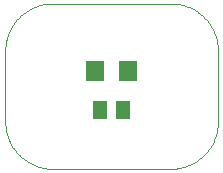
<source format=gbp>
G04 EAGLE Gerber RS-274X export*
G75*
%MOMM*%
%FSLAX35Y35*%
%LPD*%
%INsolder_paste_bottom*%
%IPPOS*%
%AMOC8*
5,1,8,0,0,1.08239X$1,22.5*%
G01*
%ADD10C,0.000000*%
%ADD11R,1.300000X1.500000*%
%ADD12R,1.600000X1.800000*%


D10*
X400000Y0D02*
X1400000Y0D01*
X1800000Y400000D02*
X1800000Y1000000D01*
X1400000Y1400000D02*
X400000Y1400000D01*
X0Y1000000D02*
X0Y400000D01*
X1400000Y1400000D02*
X1409665Y1399883D01*
X1419325Y1399533D01*
X1428974Y1398949D01*
X1438606Y1398133D01*
X1448215Y1397084D01*
X1457796Y1395803D01*
X1467343Y1394290D01*
X1476851Y1392548D01*
X1486314Y1390576D01*
X1495726Y1388377D01*
X1505083Y1385950D01*
X1514378Y1383298D01*
X1523607Y1380423D01*
X1532763Y1377325D01*
X1541842Y1374006D01*
X1550838Y1370470D01*
X1559746Y1366717D01*
X1568560Y1362750D01*
X1577277Y1358571D01*
X1585889Y1354182D01*
X1594393Y1349587D01*
X1602784Y1344788D01*
X1611056Y1339787D01*
X1619205Y1334588D01*
X1627226Y1329194D01*
X1635114Y1323607D01*
X1642865Y1317831D01*
X1650474Y1311870D01*
X1657937Y1305726D01*
X1665249Y1299404D01*
X1672406Y1292907D01*
X1679405Y1286240D01*
X1686240Y1279405D01*
X1692907Y1272406D01*
X1699404Y1265249D01*
X1705726Y1257937D01*
X1711870Y1250474D01*
X1717831Y1242865D01*
X1723607Y1235114D01*
X1729194Y1227226D01*
X1734588Y1219205D01*
X1739787Y1211056D01*
X1744788Y1202784D01*
X1749587Y1194393D01*
X1754182Y1185889D01*
X1758571Y1177277D01*
X1762750Y1168560D01*
X1766717Y1159746D01*
X1770470Y1150838D01*
X1774006Y1141842D01*
X1777325Y1132763D01*
X1780423Y1123607D01*
X1783298Y1114378D01*
X1785950Y1105083D01*
X1788377Y1095726D01*
X1790576Y1086314D01*
X1792548Y1076851D01*
X1794290Y1067343D01*
X1795803Y1057796D01*
X1797084Y1048215D01*
X1798133Y1038606D01*
X1798949Y1028974D01*
X1799533Y1019325D01*
X1799883Y1009665D01*
X1800000Y1000000D01*
X400000Y1400000D02*
X390335Y1399883D01*
X380675Y1399533D01*
X371026Y1398949D01*
X361394Y1398133D01*
X351785Y1397084D01*
X342204Y1395803D01*
X332657Y1394290D01*
X323149Y1392548D01*
X313686Y1390576D01*
X304274Y1388377D01*
X294917Y1385950D01*
X285622Y1383298D01*
X276393Y1380423D01*
X267237Y1377325D01*
X258158Y1374006D01*
X249162Y1370470D01*
X240254Y1366717D01*
X231440Y1362750D01*
X222723Y1358571D01*
X214111Y1354182D01*
X205607Y1349587D01*
X197216Y1344788D01*
X188944Y1339787D01*
X180795Y1334588D01*
X172774Y1329194D01*
X164886Y1323607D01*
X157135Y1317831D01*
X149526Y1311870D01*
X142063Y1305726D01*
X134751Y1299404D01*
X127594Y1292907D01*
X120595Y1286240D01*
X113760Y1279405D01*
X107093Y1272406D01*
X100596Y1265249D01*
X94274Y1257937D01*
X88130Y1250474D01*
X82169Y1242865D01*
X76393Y1235114D01*
X70806Y1227226D01*
X65412Y1219205D01*
X60213Y1211056D01*
X55212Y1202784D01*
X50413Y1194393D01*
X45818Y1185889D01*
X41429Y1177277D01*
X37250Y1168560D01*
X33283Y1159746D01*
X29530Y1150838D01*
X25994Y1141842D01*
X22675Y1132763D01*
X19577Y1123607D01*
X16702Y1114378D01*
X14050Y1105083D01*
X11623Y1095726D01*
X9424Y1086314D01*
X7452Y1076851D01*
X5710Y1067343D01*
X4197Y1057796D01*
X2916Y1048215D01*
X1867Y1038606D01*
X1051Y1028974D01*
X467Y1019325D01*
X117Y1009665D01*
X0Y1000000D01*
X0Y400000D02*
X117Y390335D01*
X467Y380675D01*
X1051Y371026D01*
X1867Y361394D01*
X2916Y351785D01*
X4197Y342204D01*
X5710Y332657D01*
X7452Y323149D01*
X9424Y313686D01*
X11623Y304274D01*
X14050Y294917D01*
X16702Y285622D01*
X19577Y276393D01*
X22675Y267237D01*
X25994Y258158D01*
X29530Y249162D01*
X33283Y240254D01*
X37250Y231440D01*
X41429Y222723D01*
X45818Y214111D01*
X50413Y205607D01*
X55212Y197216D01*
X60213Y188944D01*
X65412Y180795D01*
X70806Y172774D01*
X76393Y164886D01*
X82169Y157135D01*
X88130Y149526D01*
X94274Y142063D01*
X100596Y134751D01*
X107093Y127594D01*
X113760Y120595D01*
X120595Y113760D01*
X127594Y107093D01*
X134751Y100596D01*
X142063Y94274D01*
X149526Y88130D01*
X157135Y82169D01*
X164886Y76393D01*
X172774Y70806D01*
X180795Y65412D01*
X188944Y60213D01*
X197216Y55212D01*
X205607Y50413D01*
X214111Y45818D01*
X222723Y41429D01*
X231440Y37250D01*
X240254Y33283D01*
X249162Y29530D01*
X258158Y25994D01*
X267237Y22675D01*
X276393Y19577D01*
X285622Y16702D01*
X294917Y14050D01*
X304274Y11623D01*
X313686Y9424D01*
X323149Y7452D01*
X332657Y5710D01*
X342204Y4197D01*
X351785Y2916D01*
X361394Y1867D01*
X371026Y1051D01*
X380675Y467D01*
X390335Y117D01*
X400000Y0D01*
X1400000Y0D02*
X1409665Y117D01*
X1419325Y467D01*
X1428974Y1051D01*
X1438606Y1867D01*
X1448215Y2916D01*
X1457796Y4197D01*
X1467343Y5710D01*
X1476851Y7452D01*
X1486314Y9424D01*
X1495726Y11623D01*
X1505083Y14050D01*
X1514378Y16702D01*
X1523607Y19577D01*
X1532763Y22675D01*
X1541842Y25994D01*
X1550838Y29530D01*
X1559746Y33283D01*
X1568560Y37250D01*
X1577277Y41429D01*
X1585889Y45818D01*
X1594393Y50413D01*
X1602784Y55212D01*
X1611056Y60213D01*
X1619205Y65412D01*
X1627226Y70806D01*
X1635114Y76393D01*
X1642865Y82169D01*
X1650474Y88130D01*
X1657937Y94274D01*
X1665249Y100596D01*
X1672406Y107093D01*
X1679405Y113760D01*
X1686240Y120595D01*
X1692907Y127594D01*
X1699404Y134751D01*
X1705726Y142063D01*
X1711870Y149526D01*
X1717831Y157135D01*
X1723607Y164886D01*
X1729194Y172774D01*
X1734588Y180795D01*
X1739787Y188944D01*
X1744788Y197216D01*
X1749587Y205607D01*
X1754182Y214111D01*
X1758571Y222723D01*
X1762750Y231440D01*
X1766717Y240254D01*
X1770470Y249162D01*
X1774006Y258158D01*
X1777325Y267237D01*
X1780423Y276393D01*
X1783298Y285622D01*
X1785950Y294917D01*
X1788377Y304274D01*
X1790576Y313686D01*
X1792548Y323149D01*
X1794290Y332657D01*
X1795803Y342204D01*
X1797084Y351785D01*
X1798133Y361394D01*
X1798949Y371026D01*
X1799533Y380675D01*
X1799883Y390335D01*
X1800000Y400000D01*
D11*
X995000Y500000D03*
X805000Y500000D03*
D12*
X760000Y825000D03*
X1040000Y825000D03*
M02*

</source>
